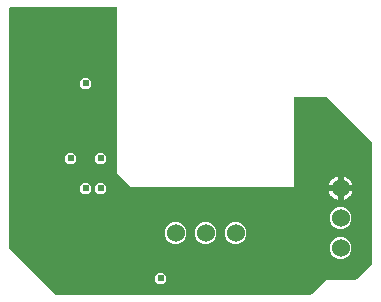
<source format=gbr>
G04 EAGLE Gerber X2 export*
%TF.Part,Single*%
%TF.FileFunction,Copper,L3,Inr,Mixed*%
%TF.FilePolarity,Positive*%
%TF.GenerationSoftware,Autodesk,EAGLE,9.1.1*%
%TF.CreationDate,2018-08-02T16:49:24Z*%
G75*
%MOMM*%
%FSLAX34Y34*%
%LPD*%
%AMOC8*
5,1,8,0,0,1.08239X$1,22.5*%
G01*
%ADD10C,1.524000*%
%ADD11C,0.756400*%
%ADD12C,0.606400*%

G36*
X1308198Y392443D02*
X1308198Y392443D01*
X1308297Y392446D01*
X1308355Y392463D01*
X1308416Y392471D01*
X1308508Y392507D01*
X1308603Y392535D01*
X1308655Y392565D01*
X1308711Y392588D01*
X1308791Y392646D01*
X1308877Y392696D01*
X1308952Y392762D01*
X1308969Y392774D01*
X1308976Y392784D01*
X1308998Y392803D01*
X1321326Y405131D01*
X1346200Y405131D01*
X1346298Y405143D01*
X1346397Y405146D01*
X1346455Y405163D01*
X1346516Y405171D01*
X1346608Y405207D01*
X1346703Y405235D01*
X1346755Y405265D01*
X1346811Y405288D01*
X1346891Y405346D01*
X1346977Y405396D01*
X1347052Y405462D01*
X1347069Y405474D01*
X1347076Y405484D01*
X1347098Y405503D01*
X1359798Y418203D01*
X1359858Y418281D01*
X1359926Y418353D01*
X1359951Y418398D01*
X1359956Y418404D01*
X1359960Y418412D01*
X1359992Y418454D01*
X1360032Y418545D01*
X1360080Y418631D01*
X1360095Y418690D01*
X1360119Y418746D01*
X1360134Y418844D01*
X1360159Y418939D01*
X1360165Y419039D01*
X1360169Y419060D01*
X1360167Y419072D01*
X1360169Y419100D01*
X1360169Y520700D01*
X1360157Y520798D01*
X1360154Y520897D01*
X1360137Y520955D01*
X1360129Y521016D01*
X1360093Y521108D01*
X1360065Y521203D01*
X1360035Y521255D01*
X1360012Y521311D01*
X1359954Y521391D01*
X1359904Y521477D01*
X1359838Y521552D01*
X1359826Y521569D01*
X1359816Y521576D01*
X1359798Y521598D01*
X1321698Y559698D01*
X1321619Y559758D01*
X1321547Y559826D01*
X1321494Y559855D01*
X1321446Y559892D01*
X1321355Y559932D01*
X1321269Y559980D01*
X1321210Y559995D01*
X1321154Y560019D01*
X1321056Y560034D01*
X1320961Y560059D01*
X1320861Y560065D01*
X1320840Y560069D01*
X1320828Y560067D01*
X1320800Y560069D01*
X1295400Y560069D01*
X1295282Y560054D01*
X1295163Y560047D01*
X1295125Y560034D01*
X1295084Y560029D01*
X1294974Y559986D01*
X1294861Y559949D01*
X1294826Y559927D01*
X1294789Y559912D01*
X1294693Y559843D01*
X1294592Y559779D01*
X1294564Y559749D01*
X1294531Y559726D01*
X1294456Y559634D01*
X1294374Y559547D01*
X1294354Y559512D01*
X1294329Y559481D01*
X1294278Y559373D01*
X1294220Y559269D01*
X1294210Y559229D01*
X1294193Y559193D01*
X1294171Y559076D01*
X1294141Y558961D01*
X1294137Y558901D01*
X1294133Y558881D01*
X1294135Y558860D01*
X1294131Y558800D01*
X1294131Y483869D01*
X1156226Y483869D01*
X1144269Y495826D01*
X1144269Y635000D01*
X1144254Y635118D01*
X1144247Y635237D01*
X1144234Y635275D01*
X1144229Y635316D01*
X1144186Y635426D01*
X1144149Y635539D01*
X1144127Y635574D01*
X1144112Y635611D01*
X1144043Y635707D01*
X1143979Y635808D01*
X1143949Y635836D01*
X1143926Y635869D01*
X1143834Y635945D01*
X1143747Y636026D01*
X1143712Y636046D01*
X1143681Y636071D01*
X1143573Y636122D01*
X1143469Y636180D01*
X1143429Y636190D01*
X1143393Y636207D01*
X1143276Y636229D01*
X1143161Y636259D01*
X1143101Y636263D01*
X1143081Y636267D01*
X1143060Y636265D01*
X1143000Y636269D01*
X1054361Y636269D01*
X1054233Y636253D01*
X1054105Y636243D01*
X1054076Y636233D01*
X1054046Y636229D01*
X1053926Y636182D01*
X1053804Y636140D01*
X1053778Y636124D01*
X1053750Y636112D01*
X1053646Y636037D01*
X1053538Y635966D01*
X1053506Y635936D01*
X1053493Y635926D01*
X1053479Y635909D01*
X1053422Y635854D01*
X1053161Y635566D01*
X1053121Y635510D01*
X1053074Y635460D01*
X1053030Y635380D01*
X1052978Y635306D01*
X1052954Y635241D01*
X1052920Y635181D01*
X1052898Y635094D01*
X1052866Y635009D01*
X1052858Y634940D01*
X1052841Y634873D01*
X1052831Y634713D01*
X1052831Y431800D01*
X1052843Y431702D01*
X1052846Y431603D01*
X1052863Y431545D01*
X1052871Y431484D01*
X1052907Y431392D01*
X1052935Y431297D01*
X1052965Y431245D01*
X1052988Y431189D01*
X1053046Y431109D01*
X1053096Y431023D01*
X1053162Y430948D01*
X1053174Y430931D01*
X1053184Y430924D01*
X1053203Y430903D01*
X1091303Y392803D01*
X1091381Y392742D01*
X1091453Y392674D01*
X1091506Y392645D01*
X1091554Y392608D01*
X1091645Y392568D01*
X1091731Y392520D01*
X1091790Y392505D01*
X1091846Y392481D01*
X1091944Y392466D01*
X1092039Y392441D01*
X1092139Y392435D01*
X1092160Y392431D01*
X1092172Y392433D01*
X1092200Y392431D01*
X1308100Y392431D01*
X1308198Y392443D01*
G37*
%LPC*%
G36*
X1331681Y422655D02*
X1331681Y422655D01*
X1328320Y424047D01*
X1325747Y426620D01*
X1324355Y429981D01*
X1324355Y433619D01*
X1325747Y436980D01*
X1328320Y439553D01*
X1331681Y440945D01*
X1335319Y440945D01*
X1338680Y439553D01*
X1341253Y436980D01*
X1342645Y433619D01*
X1342645Y429981D01*
X1341253Y426620D01*
X1338680Y424047D01*
X1335319Y422655D01*
X1331681Y422655D01*
G37*
%LPD*%
%LPC*%
G36*
X1191981Y435355D02*
X1191981Y435355D01*
X1188620Y436747D01*
X1186047Y439320D01*
X1184655Y442681D01*
X1184655Y446319D01*
X1186047Y449680D01*
X1188620Y452253D01*
X1191981Y453645D01*
X1195619Y453645D01*
X1198980Y452253D01*
X1201553Y449680D01*
X1202945Y446319D01*
X1202945Y442681D01*
X1201553Y439320D01*
X1198980Y436747D01*
X1195619Y435355D01*
X1191981Y435355D01*
G37*
%LPD*%
%LPC*%
G36*
X1217381Y435355D02*
X1217381Y435355D01*
X1214020Y436747D01*
X1211447Y439320D01*
X1210055Y442681D01*
X1210055Y446319D01*
X1211447Y449680D01*
X1214020Y452253D01*
X1217381Y453645D01*
X1221019Y453645D01*
X1224380Y452253D01*
X1226953Y449680D01*
X1228345Y446319D01*
X1228345Y442681D01*
X1226953Y439320D01*
X1224380Y436747D01*
X1221019Y435355D01*
X1217381Y435355D01*
G37*
%LPD*%
%LPC*%
G36*
X1242781Y435355D02*
X1242781Y435355D01*
X1239420Y436747D01*
X1236847Y439320D01*
X1235455Y442681D01*
X1235455Y446319D01*
X1236847Y449680D01*
X1239420Y452253D01*
X1242781Y453645D01*
X1246419Y453645D01*
X1249780Y452253D01*
X1252353Y449680D01*
X1253745Y446319D01*
X1253745Y442681D01*
X1252353Y439320D01*
X1249780Y436747D01*
X1246419Y435355D01*
X1242781Y435355D01*
G37*
%LPD*%
%LPC*%
G36*
X1331681Y448055D02*
X1331681Y448055D01*
X1328320Y449447D01*
X1325747Y452020D01*
X1324355Y455381D01*
X1324355Y459019D01*
X1325747Y462380D01*
X1328320Y464953D01*
X1331681Y466345D01*
X1335319Y466345D01*
X1338680Y464953D01*
X1341253Y462380D01*
X1342645Y459019D01*
X1342645Y455381D01*
X1341253Y452020D01*
X1338680Y449447D01*
X1335319Y448055D01*
X1331681Y448055D01*
G37*
%LPD*%
%LPC*%
G36*
X1128413Y478043D02*
X1128413Y478043D01*
X1125743Y480713D01*
X1125743Y484487D01*
X1128413Y487157D01*
X1132187Y487157D01*
X1134857Y484487D01*
X1134857Y480713D01*
X1132187Y478043D01*
X1128413Y478043D01*
G37*
%LPD*%
%LPC*%
G36*
X1115713Y478043D02*
X1115713Y478043D01*
X1113043Y480713D01*
X1113043Y484487D01*
X1115713Y487157D01*
X1119487Y487157D01*
X1122157Y484487D01*
X1122157Y480713D01*
X1119487Y478043D01*
X1115713Y478043D01*
G37*
%LPD*%
%LPC*%
G36*
X1179213Y401843D02*
X1179213Y401843D01*
X1176543Y404513D01*
X1176543Y408287D01*
X1179213Y410957D01*
X1182987Y410957D01*
X1185657Y408287D01*
X1185657Y404513D01*
X1182987Y401843D01*
X1179213Y401843D01*
G37*
%LPD*%
%LPC*%
G36*
X1115713Y566943D02*
X1115713Y566943D01*
X1113043Y569613D01*
X1113043Y573387D01*
X1115713Y576057D01*
X1119487Y576057D01*
X1122157Y573387D01*
X1122157Y569613D01*
X1119487Y566943D01*
X1115713Y566943D01*
G37*
%LPD*%
%LPC*%
G36*
X1128413Y503443D02*
X1128413Y503443D01*
X1125743Y506113D01*
X1125743Y509887D01*
X1128413Y512557D01*
X1132187Y512557D01*
X1134857Y509887D01*
X1134857Y506113D01*
X1132187Y503443D01*
X1128413Y503443D01*
G37*
%LPD*%
%LPC*%
G36*
X1103013Y503443D02*
X1103013Y503443D01*
X1100343Y506113D01*
X1100343Y509887D01*
X1103013Y512557D01*
X1106787Y512557D01*
X1109457Y509887D01*
X1109457Y506113D01*
X1106787Y503443D01*
X1103013Y503443D01*
G37*
%LPD*%
%LPC*%
G36*
X1336039Y485139D02*
X1336039Y485139D01*
X1336039Y492459D01*
X1337400Y492016D01*
X1338825Y491290D01*
X1340119Y490350D01*
X1341250Y489219D01*
X1342190Y487925D01*
X1342916Y486500D01*
X1343359Y485139D01*
X1336039Y485139D01*
G37*
%LPD*%
%LPC*%
G36*
X1323641Y485139D02*
X1323641Y485139D01*
X1324084Y486500D01*
X1324810Y487925D01*
X1325750Y489219D01*
X1326881Y490350D01*
X1328175Y491290D01*
X1329600Y492016D01*
X1330961Y492459D01*
X1330961Y485139D01*
X1323641Y485139D01*
G37*
%LPD*%
%LPC*%
G36*
X1336039Y480061D02*
X1336039Y480061D01*
X1343359Y480061D01*
X1342916Y478700D01*
X1342190Y477275D01*
X1341250Y475981D01*
X1340119Y474850D01*
X1338825Y473910D01*
X1337400Y473184D01*
X1336039Y472741D01*
X1336039Y480061D01*
G37*
%LPD*%
%LPC*%
G36*
X1329600Y473184D02*
X1329600Y473184D01*
X1328175Y473910D01*
X1326881Y474850D01*
X1325750Y475981D01*
X1324810Y477275D01*
X1324084Y478700D01*
X1323641Y480061D01*
X1330961Y480061D01*
X1330961Y472741D01*
X1329600Y473184D01*
G37*
%LPD*%
%LPC*%
G36*
X1333499Y482599D02*
X1333499Y482599D01*
X1333499Y482601D01*
X1333501Y482601D01*
X1333501Y482599D01*
X1333499Y482599D01*
G37*
%LPD*%
D10*
X1244600Y444500D03*
X1219200Y444500D03*
X1193800Y444500D03*
X1333500Y431800D03*
X1333500Y457200D03*
X1333500Y482600D03*
D11*
X1117600Y596900D03*
D12*
X1104900Y609600D03*
X1333500Y520700D03*
X1333500Y508000D03*
X1181100Y406400D03*
X1130300Y482600D03*
X1117600Y482600D03*
X1104900Y508000D03*
X1117600Y571500D03*
X1130300Y508000D03*
M02*

</source>
